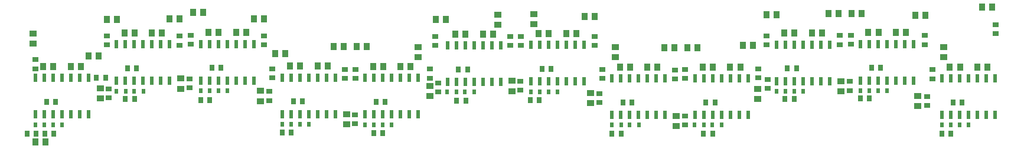
<source format=gbp>
G04*
G04 #@! TF.GenerationSoftware,Altium Limited,Altium Designer,23.4.1 (23)*
G04*
G04 Layer_Color=128*
%FSLAX44Y44*%
%MOMM*%
G71*
G04*
G04 #@! TF.SameCoordinates,A8117526-9310-46B9-AEF7-EB217FB15511*
G04*
G04*
G04 #@! TF.FilePolarity,Positive*
G04*
G01*
G75*
%ADD18R,0.8500X0.7500*%
%ADD19R,0.7500X0.8500*%
%ADD44R,1.0500X0.9000*%
%ADD91R,0.9000X1.0500*%
G04:AMPARAMS|DCode=92|XSize=0.55mm|YSize=1.25mm|CornerRadius=0.0495mm|HoleSize=0mm|Usage=FLASHONLY|Rotation=180.000|XOffset=0mm|YOffset=0mm|HoleType=Round|Shape=RoundedRectangle|*
%AMROUNDEDRECTD92*
21,1,0.5500,1.1510,0,0,180.0*
21,1,0.4510,1.2500,0,0,180.0*
1,1,0.0990,-0.2255,0.5755*
1,1,0.0990,0.2255,0.5755*
1,1,0.0990,0.2255,-0.5755*
1,1,0.0990,-0.2255,-0.5755*
%
%ADD92ROUNDEDRECTD92*%
%ADD93R,0.6000X0.8000*%
D18*
X704342Y304950D02*
D03*
Y291950D02*
D03*
X1298956Y306220D02*
D03*
Y293220D02*
D03*
X481584Y192174D02*
D03*
Y179174D02*
D03*
X351536Y305966D02*
D03*
Y292966D02*
D03*
X589280Y257960D02*
D03*
Y244960D02*
D03*
X832358Y222654D02*
D03*
Y209654D02*
D03*
X1302004Y218590D02*
D03*
Y205590D02*
D03*
X244856Y243736D02*
D03*
Y230736D02*
D03*
X358648Y225746D02*
D03*
Y212746D02*
D03*
X1190752Y240180D02*
D03*
Y227180D02*
D03*
X229870Y305458D02*
D03*
Y292458D02*
D03*
X954532Y190396D02*
D03*
Y177396D02*
D03*
X1400048Y321968D02*
D03*
Y308968D02*
D03*
X128270Y229766D02*
D03*
Y216766D02*
D03*
X600964Y238148D02*
D03*
Y225148D02*
D03*
X1073404Y243228D02*
D03*
Y230228D02*
D03*
X1176782Y306220D02*
D03*
Y293220D02*
D03*
X467360Y257452D02*
D03*
Y244452D02*
D03*
X940308Y256690D02*
D03*
Y243690D02*
D03*
X1060196Y258468D02*
D03*
Y245468D02*
D03*
X825246Y304950D02*
D03*
Y291950D02*
D03*
X718566Y240688D02*
D03*
Y227688D02*
D03*
X23500Y271500D02*
D03*
Y258500D02*
D03*
X125920Y305966D02*
D03*
Y292966D02*
D03*
X246703Y306548D02*
D03*
Y293548D02*
D03*
X363543Y258288D02*
D03*
Y245288D02*
D03*
X482238Y257760D02*
D03*
Y244760D02*
D03*
X596900Y304696D02*
D03*
Y291696D02*
D03*
X719861Y305178D02*
D03*
Y292178D02*
D03*
X836314Y257305D02*
D03*
Y244305D02*
D03*
X955000Y257250D02*
D03*
Y244250D02*
D03*
X1071974Y305892D02*
D03*
Y292892D02*
D03*
X1192490Y306780D02*
D03*
Y293780D02*
D03*
X1309330Y257162D02*
D03*
Y244162D02*
D03*
D19*
X124102Y245364D02*
D03*
X111102D02*
D03*
X11534Y165100D02*
D03*
X24534D02*
D03*
X168742Y258980D02*
D03*
X155742D02*
D03*
X165440Y214630D02*
D03*
X152440D02*
D03*
X52410Y210820D02*
D03*
X39410D02*
D03*
X49870Y165100D02*
D03*
X36870D02*
D03*
X260390Y213360D02*
D03*
X273390D02*
D03*
X289525Y259562D02*
D03*
X276525D02*
D03*
X377230Y166370D02*
D03*
X390230D02*
D03*
X406365Y211302D02*
D03*
X393365D02*
D03*
X643170Y257764D02*
D03*
X630170D02*
D03*
X640420Y212090D02*
D03*
X627420D02*
D03*
X732830Y213360D02*
D03*
X745830D02*
D03*
X521758Y166270D02*
D03*
X508758D02*
D03*
X850388Y165000D02*
D03*
X863388D02*
D03*
X762683Y258192D02*
D03*
X749683D02*
D03*
X879136Y210319D02*
D03*
X866136D02*
D03*
X525060Y210774D02*
D03*
X512060D02*
D03*
X997822Y210264D02*
D03*
X984822D02*
D03*
X994520Y165472D02*
D03*
X981520D02*
D03*
X1114796Y258906D02*
D03*
X1101796D02*
D03*
X1111360Y215002D02*
D03*
X1098360D02*
D03*
X1235312Y259794D02*
D03*
X1222312D02*
D03*
X1206310Y216272D02*
D03*
X1219310D02*
D03*
X1352152Y210176D02*
D03*
X1339152D02*
D03*
X1323150Y165472D02*
D03*
X1336150D02*
D03*
D44*
X1178306Y225922D02*
D03*
Y240422D02*
D03*
X686308Y321934D02*
D03*
Y336434D02*
D03*
X346456Y211996D02*
D03*
Y226496D02*
D03*
X469392Y178424D02*
D03*
Y192924D02*
D03*
X819658Y208904D02*
D03*
Y223404D02*
D03*
X1059180Y215254D02*
D03*
Y229754D02*
D03*
X941832Y176138D02*
D03*
Y190638D02*
D03*
X1288542Y204586D02*
D03*
Y219086D02*
D03*
X572516Y275198D02*
D03*
Y289698D02*
D03*
X116586Y215762D02*
D03*
Y230262D02*
D03*
X589026Y219318D02*
D03*
Y233818D02*
D03*
X232156Y229732D02*
D03*
Y244232D02*
D03*
X706882Y226430D02*
D03*
Y240930D02*
D03*
X20066Y309256D02*
D03*
Y294756D02*
D03*
X738124Y322696D02*
D03*
Y337196D02*
D03*
X854964Y274944D02*
D03*
Y289444D02*
D03*
X1325626Y274944D02*
D03*
Y289444D02*
D03*
D91*
X1038214Y291846D02*
D03*
X1052714D02*
D03*
X1380860Y347218D02*
D03*
X1395360D02*
D03*
X924930Y288798D02*
D03*
X939430D02*
D03*
X1160896Y337566D02*
D03*
X1175396D02*
D03*
X99684Y276860D02*
D03*
X114184D02*
D03*
X1284848Y335280D02*
D03*
X1299348D02*
D03*
X215508Y329946D02*
D03*
X230008D02*
D03*
X337174Y330454D02*
D03*
X351674D02*
D03*
X450966Y290322D02*
D03*
X465466D02*
D03*
X37984Y153416D02*
D03*
X23484D02*
D03*
X811138Y333248D02*
D03*
X825638D02*
D03*
X140600Y329692D02*
D03*
X126100D02*
D03*
X263790Y339852D02*
D03*
X249290D02*
D03*
X381646Y280416D02*
D03*
X367146D02*
D03*
X498994Y290576D02*
D03*
X484494D02*
D03*
X611770Y329692D02*
D03*
X597270D02*
D03*
X972958Y288544D02*
D03*
X958458D02*
D03*
X1086496Y336296D02*
D03*
X1071996D02*
D03*
X1208162Y338074D02*
D03*
X1193662D02*
D03*
X205052Y309780D02*
D03*
X190552D02*
D03*
X151182D02*
D03*
X165682D02*
D03*
X34850Y261620D02*
D03*
X49350D02*
D03*
X88720D02*
D03*
X74220D02*
D03*
X271965Y310362D02*
D03*
X286465D02*
D03*
X325835D02*
D03*
X311335D02*
D03*
X442675Y262102D02*
D03*
X428175D02*
D03*
X388805D02*
D03*
X403305D02*
D03*
X625610Y308564D02*
D03*
X640110D02*
D03*
X679480D02*
D03*
X664980D02*
D03*
X745123Y308992D02*
D03*
X759623D02*
D03*
X798993D02*
D03*
X784493D02*
D03*
X561370Y261574D02*
D03*
X546870D02*
D03*
X915446Y261119D02*
D03*
X900946D02*
D03*
X861576D02*
D03*
X876076D02*
D03*
X507500Y261574D02*
D03*
X522000D02*
D03*
X980262Y261064D02*
D03*
X994762D02*
D03*
X1034132D02*
D03*
X1019632D02*
D03*
X1097236Y309706D02*
D03*
X1111736D02*
D03*
X1151106D02*
D03*
X1136606D02*
D03*
X1217752Y310594D02*
D03*
X1232252D02*
D03*
X1271622D02*
D03*
X1257122D02*
D03*
X1334592Y260976D02*
D03*
X1349092D02*
D03*
X1388462D02*
D03*
X1373962D02*
D03*
D92*
X216090Y240858D02*
D03*
X203390D02*
D03*
X190690D02*
D03*
X177990D02*
D03*
X165290D02*
D03*
X152590D02*
D03*
X139890D02*
D03*
X216090Y293358D02*
D03*
X203390D02*
D03*
X190690D02*
D03*
X177990D02*
D03*
X165290D02*
D03*
X152590D02*
D03*
X139890D02*
D03*
X99758Y192698D02*
D03*
X87058D02*
D03*
X74358D02*
D03*
X61658D02*
D03*
X48958D02*
D03*
X36258D02*
D03*
X23558D02*
D03*
X99758Y245198D02*
D03*
X87058D02*
D03*
X74358D02*
D03*
X61658D02*
D03*
X48958D02*
D03*
X36258D02*
D03*
X23558D02*
D03*
X336873Y241440D02*
D03*
X324173D02*
D03*
X311473D02*
D03*
X298773D02*
D03*
X286073D02*
D03*
X273373D02*
D03*
X260673D02*
D03*
X336873Y293940D02*
D03*
X324173D02*
D03*
X311473D02*
D03*
X298773D02*
D03*
X286073D02*
D03*
X273373D02*
D03*
X260673D02*
D03*
X453713Y193180D02*
D03*
X441013D02*
D03*
X428313D02*
D03*
X415613D02*
D03*
X402913D02*
D03*
X390213D02*
D03*
X377513D02*
D03*
X453713Y245680D02*
D03*
X441013D02*
D03*
X428313D02*
D03*
X415613D02*
D03*
X402913D02*
D03*
X390213D02*
D03*
X377513D02*
D03*
X690518Y239642D02*
D03*
X677818D02*
D03*
X665118D02*
D03*
X652418D02*
D03*
X639718D02*
D03*
X627018D02*
D03*
X614318D02*
D03*
X690518Y292142D02*
D03*
X677818D02*
D03*
X665118D02*
D03*
X652418D02*
D03*
X639718D02*
D03*
X627018D02*
D03*
X614318D02*
D03*
X810031Y240070D02*
D03*
X797331D02*
D03*
X784631D02*
D03*
X771931D02*
D03*
X759231D02*
D03*
X746531D02*
D03*
X733831D02*
D03*
X810031Y292570D02*
D03*
X797331D02*
D03*
X784631D02*
D03*
X771931D02*
D03*
X759231D02*
D03*
X746531D02*
D03*
X733831D02*
D03*
X572408Y192652D02*
D03*
X559708D02*
D03*
X547008D02*
D03*
X534308D02*
D03*
X521608D02*
D03*
X508908D02*
D03*
X496208D02*
D03*
X572408Y245152D02*
D03*
X559708D02*
D03*
X547008D02*
D03*
X534308D02*
D03*
X521608D02*
D03*
X508908D02*
D03*
X496208D02*
D03*
X926484Y192197D02*
D03*
X913784D02*
D03*
X901084D02*
D03*
X888384D02*
D03*
X875684D02*
D03*
X862984D02*
D03*
X850284D02*
D03*
X926484Y244697D02*
D03*
X913784D02*
D03*
X901084D02*
D03*
X888384D02*
D03*
X875684D02*
D03*
X862984D02*
D03*
X850284D02*
D03*
X1045170Y192142D02*
D03*
X1032470D02*
D03*
X1019770D02*
D03*
X1007070D02*
D03*
X994370D02*
D03*
X981670D02*
D03*
X968970D02*
D03*
X1045170Y244642D02*
D03*
X1032470D02*
D03*
X1019770D02*
D03*
X1007070D02*
D03*
X994370D02*
D03*
X981670D02*
D03*
X968970D02*
D03*
X1162144Y240784D02*
D03*
X1149444D02*
D03*
X1136744D02*
D03*
X1124044D02*
D03*
X1111344D02*
D03*
X1098644D02*
D03*
X1085944D02*
D03*
X1162144Y293284D02*
D03*
X1149444D02*
D03*
X1136744D02*
D03*
X1124044D02*
D03*
X1111344D02*
D03*
X1098644D02*
D03*
X1085944D02*
D03*
X1282660Y241672D02*
D03*
X1269960D02*
D03*
X1257260D02*
D03*
X1244560D02*
D03*
X1231860D02*
D03*
X1219160D02*
D03*
X1206460D02*
D03*
X1282660Y294172D02*
D03*
X1269960D02*
D03*
X1257260D02*
D03*
X1244560D02*
D03*
X1231860D02*
D03*
X1219160D02*
D03*
X1206460D02*
D03*
X1399500Y192054D02*
D03*
X1386800D02*
D03*
X1374100D02*
D03*
X1361400D02*
D03*
X1348700D02*
D03*
X1336000D02*
D03*
X1323300D02*
D03*
X1399500Y244554D02*
D03*
X1386800D02*
D03*
X1374100D02*
D03*
X1361400D02*
D03*
X1348700D02*
D03*
X1336000D02*
D03*
X1323300D02*
D03*
D93*
X178140Y226214D02*
D03*
X165140D02*
D03*
X152740D02*
D03*
X139740D02*
D03*
X61808Y178054D02*
D03*
X48808D02*
D03*
X36408D02*
D03*
X23408D02*
D03*
X273523Y226796D02*
D03*
X260523D02*
D03*
X298923D02*
D03*
X285923D02*
D03*
X415763Y178536D02*
D03*
X402763D02*
D03*
X390363D02*
D03*
X377363D02*
D03*
X652568Y224998D02*
D03*
X639568D02*
D03*
X627168D02*
D03*
X614168D02*
D03*
X509058Y178008D02*
D03*
X496058D02*
D03*
X863134Y177553D02*
D03*
X850134D02*
D03*
X888534D02*
D03*
X875534D02*
D03*
X746681Y225426D02*
D03*
X733681D02*
D03*
X772081D02*
D03*
X759081D02*
D03*
X534458Y178008D02*
D03*
X521458D02*
D03*
X1007220Y177498D02*
D03*
X994220D02*
D03*
X981820D02*
D03*
X968820D02*
D03*
X1124194Y226140D02*
D03*
X1111194D02*
D03*
X1098794D02*
D03*
X1085794D02*
D03*
X1244710Y227028D02*
D03*
X1231710D02*
D03*
X1219310D02*
D03*
X1206310D02*
D03*
X1361550Y177410D02*
D03*
X1348550D02*
D03*
X1336150D02*
D03*
X1323150D02*
D03*
M02*

</source>
